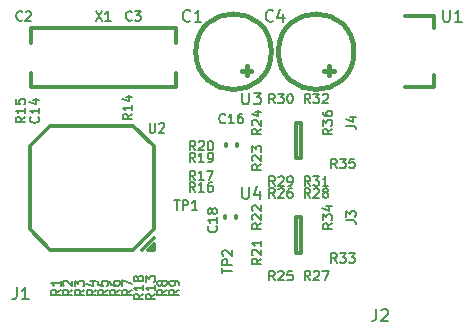
<source format=gto>
G04 #@! TF.FileFunction,Legend,Top*
%FSLAX46Y46*%
G04 Gerber Fmt 4.6, Leading zero omitted, Abs format (unit mm)*
G04 Created by KiCad (PCBNEW (2014-11-08 BZR 5258)-product) date Tue 11 Nov 2014 10:04:59 AM EST*
%MOMM*%
G01*
G04 APERTURE LIST*
%ADD10C,0.100000*%
%ADD11C,0.350000*%
%ADD12C,0.381000*%
%ADD13C,0.300000*%
%ADD14C,0.150000*%
%ADD15C,0.200000*%
%ADD16C,0.203200*%
G04 APERTURE END LIST*
D10*
D11*
X170750000Y-89500000D02*
X170250000Y-89500000D01*
X170250000Y-89500000D02*
X170250000Y-86500000D01*
X170250000Y-86500000D02*
X170750000Y-86500000D01*
X170750000Y-86500000D02*
X170750000Y-89500000D01*
X147873000Y-71719000D02*
X147873000Y-70473000D01*
X147873000Y-70473000D02*
X160127000Y-70473000D01*
X160127000Y-70473000D02*
X160127000Y-71719000D01*
X147873000Y-74281000D02*
X147873000Y-75527000D01*
X147873000Y-75527000D02*
X160127000Y-75527000D01*
X160127000Y-75527000D02*
X160127000Y-74281000D01*
D12*
X175200400Y-72500000D02*
G75*
G03X175200400Y-72500000I-3200400J0D01*
G01*
X172698500Y-74100200D02*
X173498600Y-74100200D01*
X173099820Y-73701420D02*
X173099820Y-74501520D01*
D11*
X147750000Y-80500000D02*
X147750000Y-87500000D01*
X147750000Y-87500000D02*
X149500000Y-89250000D01*
X149500000Y-89250000D02*
X156500000Y-89250000D01*
X156500000Y-89250000D02*
X158250000Y-87500000D01*
X158250000Y-87500000D02*
X158250000Y-80500000D01*
X158250000Y-80500000D02*
X156500000Y-78750000D01*
X156500000Y-78750000D02*
X149500000Y-78750000D01*
X149500000Y-78750000D02*
X147750000Y-80500000D01*
D13*
X158250000Y-88750000D02*
X157750000Y-89250000D01*
X157750000Y-89250000D02*
X158250000Y-89250000D01*
X158250000Y-89250000D02*
X158250000Y-88750000D01*
X157250000Y-89250000D02*
X158250000Y-88250000D01*
D12*
X168200400Y-72500000D02*
G75*
G03X168200400Y-72500000I-3200400J0D01*
G01*
X165698500Y-74100200D02*
X166498600Y-74100200D01*
X166099820Y-73701420D02*
X166099820Y-74501520D01*
D11*
X170750000Y-81500000D02*
X170250000Y-81500000D01*
X170250000Y-81500000D02*
X170250000Y-78500000D01*
X170250000Y-78500000D02*
X170750000Y-78500000D01*
X170750000Y-78500000D02*
X170750000Y-81500000D01*
X165271000Y-80471000D02*
X165271000Y-80329000D01*
X165271000Y-80329000D02*
X165271000Y-80471000D01*
X164329000Y-80471000D02*
X164329000Y-80329000D01*
X164329000Y-80329000D02*
X164329000Y-80471000D01*
X164279000Y-86429000D02*
X164279000Y-86571000D01*
X164279000Y-86571000D02*
X164279000Y-86429000D01*
X165221000Y-86429000D02*
X165221000Y-86571000D01*
X165221000Y-86571000D02*
X165221000Y-86429000D01*
X182000000Y-74500000D02*
X182000000Y-75500000D01*
X182000000Y-75500000D02*
X179500000Y-75500000D01*
X179500000Y-69500000D02*
X182000000Y-69500000D01*
X182000000Y-69500000D02*
X182000000Y-70500000D01*
D14*
X171485714Y-91861905D02*
X171219047Y-91480952D01*
X171028571Y-91861905D02*
X171028571Y-91061905D01*
X171333333Y-91061905D01*
X171409524Y-91100000D01*
X171447619Y-91138095D01*
X171485714Y-91214286D01*
X171485714Y-91328571D01*
X171447619Y-91404762D01*
X171409524Y-91442857D01*
X171333333Y-91480952D01*
X171028571Y-91480952D01*
X171790476Y-91138095D02*
X171828571Y-91100000D01*
X171904762Y-91061905D01*
X172095238Y-91061905D01*
X172171428Y-91100000D01*
X172209524Y-91138095D01*
X172247619Y-91214286D01*
X172247619Y-91290476D01*
X172209524Y-91404762D01*
X171752381Y-91861905D01*
X172247619Y-91861905D01*
X172514286Y-91061905D02*
X173047619Y-91061905D01*
X172704762Y-91861905D01*
D15*
X165738095Y-83952381D02*
X165738095Y-84761905D01*
X165785714Y-84857143D01*
X165833333Y-84904762D01*
X165928571Y-84952381D01*
X166119048Y-84952381D01*
X166214286Y-84904762D01*
X166261905Y-84857143D01*
X166309524Y-84761905D01*
X166309524Y-83952381D01*
X167214286Y-84285714D02*
X167214286Y-84952381D01*
X166976190Y-83904762D02*
X166738095Y-84619048D01*
X167357143Y-84619048D01*
D14*
X174561905Y-78766666D02*
X175133333Y-78766666D01*
X175247619Y-78804762D01*
X175323810Y-78880952D01*
X175361905Y-78995238D01*
X175361905Y-79071428D01*
X174828571Y-78042857D02*
X175361905Y-78042857D01*
X174523810Y-78233333D02*
X175095238Y-78423809D01*
X175095238Y-77928571D01*
X153352381Y-69061905D02*
X153885714Y-69861905D01*
X153885714Y-69061905D02*
X153352381Y-69861905D01*
X154609524Y-69861905D02*
X154152381Y-69861905D01*
X154380952Y-69861905D02*
X154380952Y-69061905D01*
X154304762Y-69176190D01*
X154228571Y-69252381D01*
X154152381Y-69290476D01*
D16*
X168333207Y-69857414D02*
X168285552Y-69905070D01*
X168142586Y-69952725D01*
X168047276Y-69952725D01*
X167904310Y-69905070D01*
X167808999Y-69809759D01*
X167761344Y-69714449D01*
X167713689Y-69523828D01*
X167713689Y-69380862D01*
X167761344Y-69190241D01*
X167808999Y-69094930D01*
X167904310Y-68999620D01*
X168047276Y-68951965D01*
X168142586Y-68951965D01*
X168285552Y-68999620D01*
X168333207Y-69047275D01*
X169191001Y-69285551D02*
X169191001Y-69952725D01*
X168952725Y-68904310D02*
X168714449Y-69619138D01*
X169333967Y-69619138D01*
D14*
X157890476Y-78561905D02*
X157890476Y-79209524D01*
X157928571Y-79285714D01*
X157966667Y-79323810D01*
X158042857Y-79361905D01*
X158195238Y-79361905D01*
X158271429Y-79323810D01*
X158309524Y-79285714D01*
X158347619Y-79209524D01*
X158347619Y-78561905D01*
X158690476Y-78638095D02*
X158728571Y-78600000D01*
X158804762Y-78561905D01*
X158995238Y-78561905D01*
X159071428Y-78600000D01*
X159109524Y-78638095D01*
X159147619Y-78714286D01*
X159147619Y-78790476D01*
X159109524Y-78904762D01*
X158652381Y-79361905D01*
X159147619Y-79361905D01*
X155361905Y-92633333D02*
X154980952Y-92900000D01*
X155361905Y-93090476D02*
X154561905Y-93090476D01*
X154561905Y-92785714D01*
X154600000Y-92709523D01*
X154638095Y-92671428D01*
X154714286Y-92633333D01*
X154828571Y-92633333D01*
X154904762Y-92671428D01*
X154942857Y-92709523D01*
X154980952Y-92785714D01*
X154980952Y-93090476D01*
X154561905Y-91947619D02*
X154561905Y-92100000D01*
X154600000Y-92176190D01*
X154638095Y-92214285D01*
X154752381Y-92290476D01*
X154904762Y-92328571D01*
X155209524Y-92328571D01*
X155285714Y-92290476D01*
X155323810Y-92252381D01*
X155361905Y-92176190D01*
X155361905Y-92023809D01*
X155323810Y-91947619D01*
X155285714Y-91909523D01*
X155209524Y-91871428D01*
X155019048Y-91871428D01*
X154942857Y-91909523D01*
X154904762Y-91947619D01*
X154866667Y-92023809D01*
X154866667Y-92176190D01*
X154904762Y-92252381D01*
X154942857Y-92290476D01*
X155019048Y-92328571D01*
X156411905Y-77764286D02*
X156030952Y-78030953D01*
X156411905Y-78221429D02*
X155611905Y-78221429D01*
X155611905Y-77916667D01*
X155650000Y-77840476D01*
X155688095Y-77802381D01*
X155764286Y-77764286D01*
X155878571Y-77764286D01*
X155954762Y-77802381D01*
X155992857Y-77840476D01*
X156030952Y-77916667D01*
X156030952Y-78221429D01*
X156411905Y-77002381D02*
X156411905Y-77459524D01*
X156411905Y-77230953D02*
X155611905Y-77230953D01*
X155726190Y-77307143D01*
X155802381Y-77383334D01*
X155840476Y-77459524D01*
X155878571Y-76316667D02*
X156411905Y-76316667D01*
X155573810Y-76507143D02*
X156145238Y-76697619D01*
X156145238Y-76202381D01*
D16*
X177086414Y-94291965D02*
X177086414Y-95006793D01*
X177038758Y-95149759D01*
X176943448Y-95245070D01*
X176800482Y-95292725D01*
X176705172Y-95292725D01*
X177515311Y-94387275D02*
X177562966Y-94339620D01*
X177658277Y-94291965D01*
X177896553Y-94291965D01*
X177991863Y-94339620D01*
X178039519Y-94387275D01*
X178087174Y-94482586D01*
X178087174Y-94577896D01*
X178039519Y-94720862D01*
X177467656Y-95292725D01*
X178087174Y-95292725D01*
X146666414Y-92451965D02*
X146666414Y-93166793D01*
X146618758Y-93309759D01*
X146523448Y-93405070D01*
X146380482Y-93452725D01*
X146285172Y-93452725D01*
X147667174Y-93452725D02*
X147095311Y-93452725D01*
X147381242Y-93452725D02*
X147381242Y-92451965D01*
X147285932Y-92594930D01*
X147190621Y-92690241D01*
X147095311Y-92737896D01*
X161333207Y-69857414D02*
X161285552Y-69905070D01*
X161142586Y-69952725D01*
X161047276Y-69952725D01*
X160904310Y-69905070D01*
X160808999Y-69809759D01*
X160761344Y-69714449D01*
X160713689Y-69523828D01*
X160713689Y-69380862D01*
X160761344Y-69190241D01*
X160808999Y-69094930D01*
X160904310Y-68999620D01*
X161047276Y-68951965D01*
X161142586Y-68951965D01*
X161285552Y-68999620D01*
X161333207Y-69047275D01*
X162286312Y-69952725D02*
X161714449Y-69952725D01*
X162000380Y-69952725D02*
X162000380Y-68951965D01*
X161905070Y-69094930D01*
X161809759Y-69190241D01*
X161714449Y-69237896D01*
D15*
X165738095Y-75952381D02*
X165738095Y-76761905D01*
X165785714Y-76857143D01*
X165833333Y-76904762D01*
X165928571Y-76952381D01*
X166119048Y-76952381D01*
X166214286Y-76904762D01*
X166261905Y-76857143D01*
X166309524Y-76761905D01*
X166309524Y-75952381D01*
X166690476Y-75952381D02*
X167309524Y-75952381D01*
X166976190Y-76333333D01*
X167119048Y-76333333D01*
X167214286Y-76380952D01*
X167261905Y-76428571D01*
X167309524Y-76523810D01*
X167309524Y-76761905D01*
X167261905Y-76857143D01*
X167214286Y-76904762D01*
X167119048Y-76952381D01*
X166833333Y-76952381D01*
X166738095Y-76904762D01*
X166690476Y-76857143D01*
D14*
X147116667Y-69785714D02*
X147078572Y-69823810D01*
X146964286Y-69861905D01*
X146888096Y-69861905D01*
X146773810Y-69823810D01*
X146697619Y-69747619D01*
X146659524Y-69671429D01*
X146621429Y-69519048D01*
X146621429Y-69404762D01*
X146659524Y-69252381D01*
X146697619Y-69176190D01*
X146773810Y-69100000D01*
X146888096Y-69061905D01*
X146964286Y-69061905D01*
X147078572Y-69100000D01*
X147116667Y-69138095D01*
X147421429Y-69138095D02*
X147459524Y-69100000D01*
X147535715Y-69061905D01*
X147726191Y-69061905D01*
X147802381Y-69100000D01*
X147840477Y-69138095D01*
X147878572Y-69214286D01*
X147878572Y-69290476D01*
X147840477Y-69404762D01*
X147383334Y-69861905D01*
X147878572Y-69861905D01*
X156366667Y-69785714D02*
X156328572Y-69823810D01*
X156214286Y-69861905D01*
X156138096Y-69861905D01*
X156023810Y-69823810D01*
X155947619Y-69747619D01*
X155909524Y-69671429D01*
X155871429Y-69519048D01*
X155871429Y-69404762D01*
X155909524Y-69252381D01*
X155947619Y-69176190D01*
X156023810Y-69100000D01*
X156138096Y-69061905D01*
X156214286Y-69061905D01*
X156328572Y-69100000D01*
X156366667Y-69138095D01*
X156633334Y-69061905D02*
X157128572Y-69061905D01*
X156861905Y-69366667D01*
X156976191Y-69366667D01*
X157052381Y-69404762D01*
X157090477Y-69442857D01*
X157128572Y-69519048D01*
X157128572Y-69709524D01*
X157090477Y-69785714D01*
X157052381Y-69823810D01*
X156976191Y-69861905D01*
X156747619Y-69861905D01*
X156671429Y-69823810D01*
X156633334Y-69785714D01*
X164285714Y-78485714D02*
X164247619Y-78523810D01*
X164133333Y-78561905D01*
X164057143Y-78561905D01*
X163942857Y-78523810D01*
X163866666Y-78447619D01*
X163828571Y-78371429D01*
X163790476Y-78219048D01*
X163790476Y-78104762D01*
X163828571Y-77952381D01*
X163866666Y-77876190D01*
X163942857Y-77800000D01*
X164057143Y-77761905D01*
X164133333Y-77761905D01*
X164247619Y-77800000D01*
X164285714Y-77838095D01*
X165047619Y-78561905D02*
X164590476Y-78561905D01*
X164819047Y-78561905D02*
X164819047Y-77761905D01*
X164742857Y-77876190D01*
X164666666Y-77952381D01*
X164590476Y-77990476D01*
X165733333Y-77761905D02*
X165580952Y-77761905D01*
X165504762Y-77800000D01*
X165466667Y-77838095D01*
X165390476Y-77952381D01*
X165352381Y-78104762D01*
X165352381Y-78409524D01*
X165390476Y-78485714D01*
X165428571Y-78523810D01*
X165504762Y-78561905D01*
X165657143Y-78561905D01*
X165733333Y-78523810D01*
X165771429Y-78485714D01*
X165809524Y-78409524D01*
X165809524Y-78219048D01*
X165771429Y-78142857D01*
X165733333Y-78104762D01*
X165657143Y-78066667D01*
X165504762Y-78066667D01*
X165428571Y-78104762D01*
X165390476Y-78142857D01*
X165352381Y-78219048D01*
X163535714Y-87264286D02*
X163573810Y-87302381D01*
X163611905Y-87416667D01*
X163611905Y-87492857D01*
X163573810Y-87607143D01*
X163497619Y-87683334D01*
X163421429Y-87721429D01*
X163269048Y-87759524D01*
X163154762Y-87759524D01*
X163002381Y-87721429D01*
X162926190Y-87683334D01*
X162850000Y-87607143D01*
X162811905Y-87492857D01*
X162811905Y-87416667D01*
X162850000Y-87302381D01*
X162888095Y-87264286D01*
X163611905Y-86502381D02*
X163611905Y-86959524D01*
X163611905Y-86730953D02*
X162811905Y-86730953D01*
X162926190Y-86807143D01*
X163002381Y-86883334D01*
X163040476Y-86959524D01*
X163154762Y-86045238D02*
X163116667Y-86121429D01*
X163078571Y-86159524D01*
X163002381Y-86197619D01*
X162964286Y-86197619D01*
X162888095Y-86159524D01*
X162850000Y-86121429D01*
X162811905Y-86045238D01*
X162811905Y-85892857D01*
X162850000Y-85816667D01*
X162888095Y-85778571D01*
X162964286Y-85740476D01*
X163002381Y-85740476D01*
X163078571Y-85778571D01*
X163116667Y-85816667D01*
X163154762Y-85892857D01*
X163154762Y-86045238D01*
X163192857Y-86121429D01*
X163230952Y-86159524D01*
X163307143Y-86197619D01*
X163459524Y-86197619D01*
X163535714Y-86159524D01*
X163573810Y-86121429D01*
X163611905Y-86045238D01*
X163611905Y-85892857D01*
X163573810Y-85816667D01*
X163535714Y-85778571D01*
X163459524Y-85740476D01*
X163307143Y-85740476D01*
X163230952Y-85778571D01*
X163192857Y-85816667D01*
X163154762Y-85892857D01*
X148485714Y-78014286D02*
X148523810Y-78052381D01*
X148561905Y-78166667D01*
X148561905Y-78242857D01*
X148523810Y-78357143D01*
X148447619Y-78433334D01*
X148371429Y-78471429D01*
X148219048Y-78509524D01*
X148104762Y-78509524D01*
X147952381Y-78471429D01*
X147876190Y-78433334D01*
X147800000Y-78357143D01*
X147761905Y-78242857D01*
X147761905Y-78166667D01*
X147800000Y-78052381D01*
X147838095Y-78014286D01*
X148561905Y-77252381D02*
X148561905Y-77709524D01*
X148561905Y-77480953D02*
X147761905Y-77480953D01*
X147876190Y-77557143D01*
X147952381Y-77633334D01*
X147990476Y-77709524D01*
X148028571Y-76566667D02*
X148561905Y-76566667D01*
X147723810Y-76757143D02*
X148295238Y-76947619D01*
X148295238Y-76452381D01*
X174561905Y-86766666D02*
X175133333Y-86766666D01*
X175247619Y-86804762D01*
X175323810Y-86880952D01*
X175361905Y-86995238D01*
X175361905Y-87071428D01*
X174561905Y-86461904D02*
X174561905Y-85966666D01*
X174866667Y-86233333D01*
X174866667Y-86119047D01*
X174904762Y-86042857D01*
X174942857Y-86004761D01*
X175019048Y-85966666D01*
X175209524Y-85966666D01*
X175285714Y-86004761D01*
X175323810Y-86042857D01*
X175361905Y-86119047D01*
X175361905Y-86347619D01*
X175323810Y-86423809D01*
X175285714Y-86461904D01*
X159990476Y-85061905D02*
X160447619Y-85061905D01*
X160219048Y-85861905D02*
X160219048Y-85061905D01*
X160714286Y-85861905D02*
X160714286Y-85061905D01*
X161019048Y-85061905D01*
X161095239Y-85100000D01*
X161133334Y-85138095D01*
X161171429Y-85214286D01*
X161171429Y-85328571D01*
X161133334Y-85404762D01*
X161095239Y-85442857D01*
X161019048Y-85480952D01*
X160714286Y-85480952D01*
X161933334Y-85861905D02*
X161476191Y-85861905D01*
X161704762Y-85861905D02*
X161704762Y-85061905D01*
X161628572Y-85176190D01*
X161552381Y-85252381D01*
X161476191Y-85290476D01*
X164061905Y-91259524D02*
X164061905Y-90802381D01*
X164861905Y-91030952D02*
X164061905Y-91030952D01*
X164861905Y-90535714D02*
X164061905Y-90535714D01*
X164061905Y-90230952D01*
X164100000Y-90154761D01*
X164138095Y-90116666D01*
X164214286Y-90078571D01*
X164328571Y-90078571D01*
X164404762Y-90116666D01*
X164442857Y-90154761D01*
X164480952Y-90230952D01*
X164480952Y-90535714D01*
X164138095Y-89773809D02*
X164100000Y-89735714D01*
X164061905Y-89659523D01*
X164061905Y-89469047D01*
X164100000Y-89392857D01*
X164138095Y-89354761D01*
X164214286Y-89316666D01*
X164290476Y-89316666D01*
X164404762Y-89354761D01*
X164861905Y-89811904D01*
X164861905Y-89316666D01*
D15*
X182738095Y-68952381D02*
X182738095Y-69761905D01*
X182785714Y-69857143D01*
X182833333Y-69904762D01*
X182928571Y-69952381D01*
X183119048Y-69952381D01*
X183214286Y-69904762D01*
X183261905Y-69857143D01*
X183309524Y-69761905D01*
X183309524Y-68952381D01*
X184309524Y-69952381D02*
X183738095Y-69952381D01*
X184023809Y-69952381D02*
X184023809Y-68952381D01*
X183928571Y-69095238D01*
X183833333Y-69190476D01*
X183738095Y-69238095D01*
D14*
X150361905Y-92633333D02*
X149980952Y-92900000D01*
X150361905Y-93090476D02*
X149561905Y-93090476D01*
X149561905Y-92785714D01*
X149600000Y-92709523D01*
X149638095Y-92671428D01*
X149714286Y-92633333D01*
X149828571Y-92633333D01*
X149904762Y-92671428D01*
X149942857Y-92709523D01*
X149980952Y-92785714D01*
X149980952Y-93090476D01*
X150361905Y-91871428D02*
X150361905Y-92328571D01*
X150361905Y-92100000D02*
X149561905Y-92100000D01*
X149676190Y-92176190D01*
X149752381Y-92252381D01*
X149790476Y-92328571D01*
X159361905Y-92633333D02*
X158980952Y-92900000D01*
X159361905Y-93090476D02*
X158561905Y-93090476D01*
X158561905Y-92785714D01*
X158600000Y-92709523D01*
X158638095Y-92671428D01*
X158714286Y-92633333D01*
X158828571Y-92633333D01*
X158904762Y-92671428D01*
X158942857Y-92709523D01*
X158980952Y-92785714D01*
X158980952Y-93090476D01*
X158904762Y-92176190D02*
X158866667Y-92252381D01*
X158828571Y-92290476D01*
X158752381Y-92328571D01*
X158714286Y-92328571D01*
X158638095Y-92290476D01*
X158600000Y-92252381D01*
X158561905Y-92176190D01*
X158561905Y-92023809D01*
X158600000Y-91947619D01*
X158638095Y-91909523D01*
X158714286Y-91871428D01*
X158752381Y-91871428D01*
X158828571Y-91909523D01*
X158866667Y-91947619D01*
X158904762Y-92023809D01*
X158904762Y-92176190D01*
X158942857Y-92252381D01*
X158980952Y-92290476D01*
X159057143Y-92328571D01*
X159209524Y-92328571D01*
X159285714Y-92290476D01*
X159323810Y-92252381D01*
X159361905Y-92176190D01*
X159361905Y-92023809D01*
X159323810Y-91947619D01*
X159285714Y-91909523D01*
X159209524Y-91871428D01*
X159057143Y-91871428D01*
X158980952Y-91909523D01*
X158942857Y-91947619D01*
X158904762Y-92023809D01*
X160361905Y-92633333D02*
X159980952Y-92900000D01*
X160361905Y-93090476D02*
X159561905Y-93090476D01*
X159561905Y-92785714D01*
X159600000Y-92709523D01*
X159638095Y-92671428D01*
X159714286Y-92633333D01*
X159828571Y-92633333D01*
X159904762Y-92671428D01*
X159942857Y-92709523D01*
X159980952Y-92785714D01*
X159980952Y-93090476D01*
X160361905Y-92252381D02*
X160361905Y-92100000D01*
X160323810Y-92023809D01*
X160285714Y-91985714D01*
X160171429Y-91909523D01*
X160019048Y-91871428D01*
X159714286Y-91871428D01*
X159638095Y-91909523D01*
X159600000Y-91947619D01*
X159561905Y-92023809D01*
X159561905Y-92176190D01*
X159600000Y-92252381D01*
X159638095Y-92290476D01*
X159714286Y-92328571D01*
X159904762Y-92328571D01*
X159980952Y-92290476D01*
X160019048Y-92252381D01*
X160057143Y-92176190D01*
X160057143Y-92023809D01*
X160019048Y-91947619D01*
X159980952Y-91909523D01*
X159904762Y-91871428D01*
X151361905Y-92633333D02*
X150980952Y-92900000D01*
X151361905Y-93090476D02*
X150561905Y-93090476D01*
X150561905Y-92785714D01*
X150600000Y-92709523D01*
X150638095Y-92671428D01*
X150714286Y-92633333D01*
X150828571Y-92633333D01*
X150904762Y-92671428D01*
X150942857Y-92709523D01*
X150980952Y-92785714D01*
X150980952Y-93090476D01*
X150638095Y-92328571D02*
X150600000Y-92290476D01*
X150561905Y-92214285D01*
X150561905Y-92023809D01*
X150600000Y-91947619D01*
X150638095Y-91909523D01*
X150714286Y-91871428D01*
X150790476Y-91871428D01*
X150904762Y-91909523D01*
X151361905Y-92366666D01*
X151361905Y-91871428D01*
X152361905Y-92633333D02*
X151980952Y-92900000D01*
X152361905Y-93090476D02*
X151561905Y-93090476D01*
X151561905Y-92785714D01*
X151600000Y-92709523D01*
X151638095Y-92671428D01*
X151714286Y-92633333D01*
X151828571Y-92633333D01*
X151904762Y-92671428D01*
X151942857Y-92709523D01*
X151980952Y-92785714D01*
X151980952Y-93090476D01*
X151561905Y-92366666D02*
X151561905Y-91871428D01*
X151866667Y-92138095D01*
X151866667Y-92023809D01*
X151904762Y-91947619D01*
X151942857Y-91909523D01*
X152019048Y-91871428D01*
X152209524Y-91871428D01*
X152285714Y-91909523D01*
X152323810Y-91947619D01*
X152361905Y-92023809D01*
X152361905Y-92252381D01*
X152323810Y-92328571D01*
X152285714Y-92366666D01*
X153361905Y-92633333D02*
X152980952Y-92900000D01*
X153361905Y-93090476D02*
X152561905Y-93090476D01*
X152561905Y-92785714D01*
X152600000Y-92709523D01*
X152638095Y-92671428D01*
X152714286Y-92633333D01*
X152828571Y-92633333D01*
X152904762Y-92671428D01*
X152942857Y-92709523D01*
X152980952Y-92785714D01*
X152980952Y-93090476D01*
X152828571Y-91947619D02*
X153361905Y-91947619D01*
X152523810Y-92138095D02*
X153095238Y-92328571D01*
X153095238Y-91833333D01*
X154361905Y-92633333D02*
X153980952Y-92900000D01*
X154361905Y-93090476D02*
X153561905Y-93090476D01*
X153561905Y-92785714D01*
X153600000Y-92709523D01*
X153638095Y-92671428D01*
X153714286Y-92633333D01*
X153828571Y-92633333D01*
X153904762Y-92671428D01*
X153942857Y-92709523D01*
X153980952Y-92785714D01*
X153980952Y-93090476D01*
X153561905Y-91909523D02*
X153561905Y-92290476D01*
X153942857Y-92328571D01*
X153904762Y-92290476D01*
X153866667Y-92214285D01*
X153866667Y-92023809D01*
X153904762Y-91947619D01*
X153942857Y-91909523D01*
X154019048Y-91871428D01*
X154209524Y-91871428D01*
X154285714Y-91909523D01*
X154323810Y-91947619D01*
X154361905Y-92023809D01*
X154361905Y-92214285D01*
X154323810Y-92290476D01*
X154285714Y-92328571D01*
X156361905Y-92633333D02*
X155980952Y-92900000D01*
X156361905Y-93090476D02*
X155561905Y-93090476D01*
X155561905Y-92785714D01*
X155600000Y-92709523D01*
X155638095Y-92671428D01*
X155714286Y-92633333D01*
X155828571Y-92633333D01*
X155904762Y-92671428D01*
X155942857Y-92709523D01*
X155980952Y-92785714D01*
X155980952Y-93090476D01*
X155561905Y-92366666D02*
X155561905Y-91833333D01*
X156361905Y-92176190D01*
X158361905Y-93014286D02*
X157980952Y-93280953D01*
X158361905Y-93471429D02*
X157561905Y-93471429D01*
X157561905Y-93166667D01*
X157600000Y-93090476D01*
X157638095Y-93052381D01*
X157714286Y-93014286D01*
X157828571Y-93014286D01*
X157904762Y-93052381D01*
X157942857Y-93090476D01*
X157980952Y-93166667D01*
X157980952Y-93471429D01*
X158361905Y-92252381D02*
X158361905Y-92709524D01*
X158361905Y-92480953D02*
X157561905Y-92480953D01*
X157676190Y-92557143D01*
X157752381Y-92633334D01*
X157790476Y-92709524D01*
X157561905Y-91985714D02*
X157561905Y-91490476D01*
X157866667Y-91757143D01*
X157866667Y-91642857D01*
X157904762Y-91566667D01*
X157942857Y-91528571D01*
X158019048Y-91490476D01*
X158209524Y-91490476D01*
X158285714Y-91528571D01*
X158323810Y-91566667D01*
X158361905Y-91642857D01*
X158361905Y-91871429D01*
X158323810Y-91947619D01*
X158285714Y-91985714D01*
X147361905Y-78014286D02*
X146980952Y-78280953D01*
X147361905Y-78471429D02*
X146561905Y-78471429D01*
X146561905Y-78166667D01*
X146600000Y-78090476D01*
X146638095Y-78052381D01*
X146714286Y-78014286D01*
X146828571Y-78014286D01*
X146904762Y-78052381D01*
X146942857Y-78090476D01*
X146980952Y-78166667D01*
X146980952Y-78471429D01*
X147361905Y-77252381D02*
X147361905Y-77709524D01*
X147361905Y-77480953D02*
X146561905Y-77480953D01*
X146676190Y-77557143D01*
X146752381Y-77633334D01*
X146790476Y-77709524D01*
X146561905Y-76528571D02*
X146561905Y-76909524D01*
X146942857Y-76947619D01*
X146904762Y-76909524D01*
X146866667Y-76833333D01*
X146866667Y-76642857D01*
X146904762Y-76566667D01*
X146942857Y-76528571D01*
X147019048Y-76490476D01*
X147209524Y-76490476D01*
X147285714Y-76528571D01*
X147323810Y-76566667D01*
X147361905Y-76642857D01*
X147361905Y-76833333D01*
X147323810Y-76909524D01*
X147285714Y-76947619D01*
X161735714Y-84361905D02*
X161469047Y-83980952D01*
X161278571Y-84361905D02*
X161278571Y-83561905D01*
X161583333Y-83561905D01*
X161659524Y-83600000D01*
X161697619Y-83638095D01*
X161735714Y-83714286D01*
X161735714Y-83828571D01*
X161697619Y-83904762D01*
X161659524Y-83942857D01*
X161583333Y-83980952D01*
X161278571Y-83980952D01*
X162497619Y-84361905D02*
X162040476Y-84361905D01*
X162269047Y-84361905D02*
X162269047Y-83561905D01*
X162192857Y-83676190D01*
X162116666Y-83752381D01*
X162040476Y-83790476D01*
X163183333Y-83561905D02*
X163030952Y-83561905D01*
X162954762Y-83600000D01*
X162916667Y-83638095D01*
X162840476Y-83752381D01*
X162802381Y-83904762D01*
X162802381Y-84209524D01*
X162840476Y-84285714D01*
X162878571Y-84323810D01*
X162954762Y-84361905D01*
X163107143Y-84361905D01*
X163183333Y-84323810D01*
X163221429Y-84285714D01*
X163259524Y-84209524D01*
X163259524Y-84019048D01*
X163221429Y-83942857D01*
X163183333Y-83904762D01*
X163107143Y-83866667D01*
X162954762Y-83866667D01*
X162878571Y-83904762D01*
X162840476Y-83942857D01*
X162802381Y-84019048D01*
X157361905Y-93014286D02*
X156980952Y-93280953D01*
X157361905Y-93471429D02*
X156561905Y-93471429D01*
X156561905Y-93166667D01*
X156600000Y-93090476D01*
X156638095Y-93052381D01*
X156714286Y-93014286D01*
X156828571Y-93014286D01*
X156904762Y-93052381D01*
X156942857Y-93090476D01*
X156980952Y-93166667D01*
X156980952Y-93471429D01*
X157361905Y-92252381D02*
X157361905Y-92709524D01*
X157361905Y-92480953D02*
X156561905Y-92480953D01*
X156676190Y-92557143D01*
X156752381Y-92633334D01*
X156790476Y-92709524D01*
X156904762Y-91795238D02*
X156866667Y-91871429D01*
X156828571Y-91909524D01*
X156752381Y-91947619D01*
X156714286Y-91947619D01*
X156638095Y-91909524D01*
X156600000Y-91871429D01*
X156561905Y-91795238D01*
X156561905Y-91642857D01*
X156600000Y-91566667D01*
X156638095Y-91528571D01*
X156714286Y-91490476D01*
X156752381Y-91490476D01*
X156828571Y-91528571D01*
X156866667Y-91566667D01*
X156904762Y-91642857D01*
X156904762Y-91795238D01*
X156942857Y-91871429D01*
X156980952Y-91909524D01*
X157057143Y-91947619D01*
X157209524Y-91947619D01*
X157285714Y-91909524D01*
X157323810Y-91871429D01*
X157361905Y-91795238D01*
X157361905Y-91642857D01*
X157323810Y-91566667D01*
X157285714Y-91528571D01*
X157209524Y-91490476D01*
X157057143Y-91490476D01*
X156980952Y-91528571D01*
X156942857Y-91566667D01*
X156904762Y-91642857D01*
X161735714Y-83361905D02*
X161469047Y-82980952D01*
X161278571Y-83361905D02*
X161278571Y-82561905D01*
X161583333Y-82561905D01*
X161659524Y-82600000D01*
X161697619Y-82638095D01*
X161735714Y-82714286D01*
X161735714Y-82828571D01*
X161697619Y-82904762D01*
X161659524Y-82942857D01*
X161583333Y-82980952D01*
X161278571Y-82980952D01*
X162497619Y-83361905D02*
X162040476Y-83361905D01*
X162269047Y-83361905D02*
X162269047Y-82561905D01*
X162192857Y-82676190D01*
X162116666Y-82752381D01*
X162040476Y-82790476D01*
X162764286Y-82561905D02*
X163297619Y-82561905D01*
X162954762Y-83361905D01*
X161735714Y-81861905D02*
X161469047Y-81480952D01*
X161278571Y-81861905D02*
X161278571Y-81061905D01*
X161583333Y-81061905D01*
X161659524Y-81100000D01*
X161697619Y-81138095D01*
X161735714Y-81214286D01*
X161735714Y-81328571D01*
X161697619Y-81404762D01*
X161659524Y-81442857D01*
X161583333Y-81480952D01*
X161278571Y-81480952D01*
X162497619Y-81861905D02*
X162040476Y-81861905D01*
X162269047Y-81861905D02*
X162269047Y-81061905D01*
X162192857Y-81176190D01*
X162116666Y-81252381D01*
X162040476Y-81290476D01*
X162878571Y-81861905D02*
X163030952Y-81861905D01*
X163107143Y-81823810D01*
X163145238Y-81785714D01*
X163221429Y-81671429D01*
X163259524Y-81519048D01*
X163259524Y-81214286D01*
X163221429Y-81138095D01*
X163183333Y-81100000D01*
X163107143Y-81061905D01*
X162954762Y-81061905D01*
X162878571Y-81100000D01*
X162840476Y-81138095D01*
X162802381Y-81214286D01*
X162802381Y-81404762D01*
X162840476Y-81480952D01*
X162878571Y-81519048D01*
X162954762Y-81557143D01*
X163107143Y-81557143D01*
X163183333Y-81519048D01*
X163221429Y-81480952D01*
X163259524Y-81404762D01*
X161735714Y-80861905D02*
X161469047Y-80480952D01*
X161278571Y-80861905D02*
X161278571Y-80061905D01*
X161583333Y-80061905D01*
X161659524Y-80100000D01*
X161697619Y-80138095D01*
X161735714Y-80214286D01*
X161735714Y-80328571D01*
X161697619Y-80404762D01*
X161659524Y-80442857D01*
X161583333Y-80480952D01*
X161278571Y-80480952D01*
X162040476Y-80138095D02*
X162078571Y-80100000D01*
X162154762Y-80061905D01*
X162345238Y-80061905D01*
X162421428Y-80100000D01*
X162459524Y-80138095D01*
X162497619Y-80214286D01*
X162497619Y-80290476D01*
X162459524Y-80404762D01*
X162002381Y-80861905D01*
X162497619Y-80861905D01*
X162992857Y-80061905D02*
X163069048Y-80061905D01*
X163145238Y-80100000D01*
X163183333Y-80138095D01*
X163221429Y-80214286D01*
X163259524Y-80366667D01*
X163259524Y-80557143D01*
X163221429Y-80709524D01*
X163183333Y-80785714D01*
X163145238Y-80823810D01*
X163069048Y-80861905D01*
X162992857Y-80861905D01*
X162916667Y-80823810D01*
X162878571Y-80785714D01*
X162840476Y-80709524D01*
X162802381Y-80557143D01*
X162802381Y-80366667D01*
X162840476Y-80214286D01*
X162878571Y-80138095D01*
X162916667Y-80100000D01*
X162992857Y-80061905D01*
X167361905Y-82014286D02*
X166980952Y-82280953D01*
X167361905Y-82471429D02*
X166561905Y-82471429D01*
X166561905Y-82166667D01*
X166600000Y-82090476D01*
X166638095Y-82052381D01*
X166714286Y-82014286D01*
X166828571Y-82014286D01*
X166904762Y-82052381D01*
X166942857Y-82090476D01*
X166980952Y-82166667D01*
X166980952Y-82471429D01*
X166638095Y-81709524D02*
X166600000Y-81671429D01*
X166561905Y-81595238D01*
X166561905Y-81404762D01*
X166600000Y-81328572D01*
X166638095Y-81290476D01*
X166714286Y-81252381D01*
X166790476Y-81252381D01*
X166904762Y-81290476D01*
X167361905Y-81747619D01*
X167361905Y-81252381D01*
X166561905Y-80985714D02*
X166561905Y-80490476D01*
X166866667Y-80757143D01*
X166866667Y-80642857D01*
X166904762Y-80566667D01*
X166942857Y-80528571D01*
X167019048Y-80490476D01*
X167209524Y-80490476D01*
X167285714Y-80528571D01*
X167323810Y-80566667D01*
X167361905Y-80642857D01*
X167361905Y-80871429D01*
X167323810Y-80947619D01*
X167285714Y-80985714D01*
X167361905Y-79014286D02*
X166980952Y-79280953D01*
X167361905Y-79471429D02*
X166561905Y-79471429D01*
X166561905Y-79166667D01*
X166600000Y-79090476D01*
X166638095Y-79052381D01*
X166714286Y-79014286D01*
X166828571Y-79014286D01*
X166904762Y-79052381D01*
X166942857Y-79090476D01*
X166980952Y-79166667D01*
X166980952Y-79471429D01*
X166638095Y-78709524D02*
X166600000Y-78671429D01*
X166561905Y-78595238D01*
X166561905Y-78404762D01*
X166600000Y-78328572D01*
X166638095Y-78290476D01*
X166714286Y-78252381D01*
X166790476Y-78252381D01*
X166904762Y-78290476D01*
X167361905Y-78747619D01*
X167361905Y-78252381D01*
X166828571Y-77566667D02*
X167361905Y-77566667D01*
X166523810Y-77757143D02*
X167095238Y-77947619D01*
X167095238Y-77452381D01*
X168485714Y-83861905D02*
X168219047Y-83480952D01*
X168028571Y-83861905D02*
X168028571Y-83061905D01*
X168333333Y-83061905D01*
X168409524Y-83100000D01*
X168447619Y-83138095D01*
X168485714Y-83214286D01*
X168485714Y-83328571D01*
X168447619Y-83404762D01*
X168409524Y-83442857D01*
X168333333Y-83480952D01*
X168028571Y-83480952D01*
X168790476Y-83138095D02*
X168828571Y-83100000D01*
X168904762Y-83061905D01*
X169095238Y-83061905D01*
X169171428Y-83100000D01*
X169209524Y-83138095D01*
X169247619Y-83214286D01*
X169247619Y-83290476D01*
X169209524Y-83404762D01*
X168752381Y-83861905D01*
X169247619Y-83861905D01*
X169628571Y-83861905D02*
X169780952Y-83861905D01*
X169857143Y-83823810D01*
X169895238Y-83785714D01*
X169971429Y-83671429D01*
X170009524Y-83519048D01*
X170009524Y-83214286D01*
X169971429Y-83138095D01*
X169933333Y-83100000D01*
X169857143Y-83061905D01*
X169704762Y-83061905D01*
X169628571Y-83100000D01*
X169590476Y-83138095D01*
X169552381Y-83214286D01*
X169552381Y-83404762D01*
X169590476Y-83480952D01*
X169628571Y-83519048D01*
X169704762Y-83557143D01*
X169857143Y-83557143D01*
X169933333Y-83519048D01*
X169971429Y-83480952D01*
X170009524Y-83404762D01*
X168485714Y-76861905D02*
X168219047Y-76480952D01*
X168028571Y-76861905D02*
X168028571Y-76061905D01*
X168333333Y-76061905D01*
X168409524Y-76100000D01*
X168447619Y-76138095D01*
X168485714Y-76214286D01*
X168485714Y-76328571D01*
X168447619Y-76404762D01*
X168409524Y-76442857D01*
X168333333Y-76480952D01*
X168028571Y-76480952D01*
X168752381Y-76061905D02*
X169247619Y-76061905D01*
X168980952Y-76366667D01*
X169095238Y-76366667D01*
X169171428Y-76404762D01*
X169209524Y-76442857D01*
X169247619Y-76519048D01*
X169247619Y-76709524D01*
X169209524Y-76785714D01*
X169171428Y-76823810D01*
X169095238Y-76861905D01*
X168866666Y-76861905D01*
X168790476Y-76823810D01*
X168752381Y-76785714D01*
X169742857Y-76061905D02*
X169819048Y-76061905D01*
X169895238Y-76100000D01*
X169933333Y-76138095D01*
X169971429Y-76214286D01*
X170009524Y-76366667D01*
X170009524Y-76557143D01*
X169971429Y-76709524D01*
X169933333Y-76785714D01*
X169895238Y-76823810D01*
X169819048Y-76861905D01*
X169742857Y-76861905D01*
X169666667Y-76823810D01*
X169628571Y-76785714D01*
X169590476Y-76709524D01*
X169552381Y-76557143D01*
X169552381Y-76366667D01*
X169590476Y-76214286D01*
X169628571Y-76138095D01*
X169666667Y-76100000D01*
X169742857Y-76061905D01*
X171485714Y-83861905D02*
X171219047Y-83480952D01*
X171028571Y-83861905D02*
X171028571Y-83061905D01*
X171333333Y-83061905D01*
X171409524Y-83100000D01*
X171447619Y-83138095D01*
X171485714Y-83214286D01*
X171485714Y-83328571D01*
X171447619Y-83404762D01*
X171409524Y-83442857D01*
X171333333Y-83480952D01*
X171028571Y-83480952D01*
X171752381Y-83061905D02*
X172247619Y-83061905D01*
X171980952Y-83366667D01*
X172095238Y-83366667D01*
X172171428Y-83404762D01*
X172209524Y-83442857D01*
X172247619Y-83519048D01*
X172247619Y-83709524D01*
X172209524Y-83785714D01*
X172171428Y-83823810D01*
X172095238Y-83861905D01*
X171866666Y-83861905D01*
X171790476Y-83823810D01*
X171752381Y-83785714D01*
X173009524Y-83861905D02*
X172552381Y-83861905D01*
X172780952Y-83861905D02*
X172780952Y-83061905D01*
X172704762Y-83176190D01*
X172628571Y-83252381D01*
X172552381Y-83290476D01*
X171485714Y-76861905D02*
X171219047Y-76480952D01*
X171028571Y-76861905D02*
X171028571Y-76061905D01*
X171333333Y-76061905D01*
X171409524Y-76100000D01*
X171447619Y-76138095D01*
X171485714Y-76214286D01*
X171485714Y-76328571D01*
X171447619Y-76404762D01*
X171409524Y-76442857D01*
X171333333Y-76480952D01*
X171028571Y-76480952D01*
X171752381Y-76061905D02*
X172247619Y-76061905D01*
X171980952Y-76366667D01*
X172095238Y-76366667D01*
X172171428Y-76404762D01*
X172209524Y-76442857D01*
X172247619Y-76519048D01*
X172247619Y-76709524D01*
X172209524Y-76785714D01*
X172171428Y-76823810D01*
X172095238Y-76861905D01*
X171866666Y-76861905D01*
X171790476Y-76823810D01*
X171752381Y-76785714D01*
X172552381Y-76138095D02*
X172590476Y-76100000D01*
X172666667Y-76061905D01*
X172857143Y-76061905D01*
X172933333Y-76100000D01*
X172971429Y-76138095D01*
X173009524Y-76214286D01*
X173009524Y-76290476D01*
X172971429Y-76404762D01*
X172514286Y-76861905D01*
X173009524Y-76861905D01*
X173361905Y-79014286D02*
X172980952Y-79280953D01*
X173361905Y-79471429D02*
X172561905Y-79471429D01*
X172561905Y-79166667D01*
X172600000Y-79090476D01*
X172638095Y-79052381D01*
X172714286Y-79014286D01*
X172828571Y-79014286D01*
X172904762Y-79052381D01*
X172942857Y-79090476D01*
X172980952Y-79166667D01*
X172980952Y-79471429D01*
X172561905Y-78747619D02*
X172561905Y-78252381D01*
X172866667Y-78519048D01*
X172866667Y-78404762D01*
X172904762Y-78328572D01*
X172942857Y-78290476D01*
X173019048Y-78252381D01*
X173209524Y-78252381D01*
X173285714Y-78290476D01*
X173323810Y-78328572D01*
X173361905Y-78404762D01*
X173361905Y-78633334D01*
X173323810Y-78709524D01*
X173285714Y-78747619D01*
X172561905Y-77566667D02*
X172561905Y-77719048D01*
X172600000Y-77795238D01*
X172638095Y-77833333D01*
X172752381Y-77909524D01*
X172904762Y-77947619D01*
X173209524Y-77947619D01*
X173285714Y-77909524D01*
X173323810Y-77871429D01*
X173361905Y-77795238D01*
X173361905Y-77642857D01*
X173323810Y-77566667D01*
X173285714Y-77528571D01*
X173209524Y-77490476D01*
X173019048Y-77490476D01*
X172942857Y-77528571D01*
X172904762Y-77566667D01*
X172866667Y-77642857D01*
X172866667Y-77795238D01*
X172904762Y-77871429D01*
X172942857Y-77909524D01*
X173019048Y-77947619D01*
X167361905Y-90014286D02*
X166980952Y-90280953D01*
X167361905Y-90471429D02*
X166561905Y-90471429D01*
X166561905Y-90166667D01*
X166600000Y-90090476D01*
X166638095Y-90052381D01*
X166714286Y-90014286D01*
X166828571Y-90014286D01*
X166904762Y-90052381D01*
X166942857Y-90090476D01*
X166980952Y-90166667D01*
X166980952Y-90471429D01*
X166638095Y-89709524D02*
X166600000Y-89671429D01*
X166561905Y-89595238D01*
X166561905Y-89404762D01*
X166600000Y-89328572D01*
X166638095Y-89290476D01*
X166714286Y-89252381D01*
X166790476Y-89252381D01*
X166904762Y-89290476D01*
X167361905Y-89747619D01*
X167361905Y-89252381D01*
X167361905Y-88490476D02*
X167361905Y-88947619D01*
X167361905Y-88719048D02*
X166561905Y-88719048D01*
X166676190Y-88795238D01*
X166752381Y-88871429D01*
X166790476Y-88947619D01*
X167361905Y-87014286D02*
X166980952Y-87280953D01*
X167361905Y-87471429D02*
X166561905Y-87471429D01*
X166561905Y-87166667D01*
X166600000Y-87090476D01*
X166638095Y-87052381D01*
X166714286Y-87014286D01*
X166828571Y-87014286D01*
X166904762Y-87052381D01*
X166942857Y-87090476D01*
X166980952Y-87166667D01*
X166980952Y-87471429D01*
X166638095Y-86709524D02*
X166600000Y-86671429D01*
X166561905Y-86595238D01*
X166561905Y-86404762D01*
X166600000Y-86328572D01*
X166638095Y-86290476D01*
X166714286Y-86252381D01*
X166790476Y-86252381D01*
X166904762Y-86290476D01*
X167361905Y-86747619D01*
X167361905Y-86252381D01*
X166638095Y-85947619D02*
X166600000Y-85909524D01*
X166561905Y-85833333D01*
X166561905Y-85642857D01*
X166600000Y-85566667D01*
X166638095Y-85528571D01*
X166714286Y-85490476D01*
X166790476Y-85490476D01*
X166904762Y-85528571D01*
X167361905Y-85985714D01*
X167361905Y-85490476D01*
X168485714Y-91861905D02*
X168219047Y-91480952D01*
X168028571Y-91861905D02*
X168028571Y-91061905D01*
X168333333Y-91061905D01*
X168409524Y-91100000D01*
X168447619Y-91138095D01*
X168485714Y-91214286D01*
X168485714Y-91328571D01*
X168447619Y-91404762D01*
X168409524Y-91442857D01*
X168333333Y-91480952D01*
X168028571Y-91480952D01*
X168790476Y-91138095D02*
X168828571Y-91100000D01*
X168904762Y-91061905D01*
X169095238Y-91061905D01*
X169171428Y-91100000D01*
X169209524Y-91138095D01*
X169247619Y-91214286D01*
X169247619Y-91290476D01*
X169209524Y-91404762D01*
X168752381Y-91861905D01*
X169247619Y-91861905D01*
X169971429Y-91061905D02*
X169590476Y-91061905D01*
X169552381Y-91442857D01*
X169590476Y-91404762D01*
X169666667Y-91366667D01*
X169857143Y-91366667D01*
X169933333Y-91404762D01*
X169971429Y-91442857D01*
X170009524Y-91519048D01*
X170009524Y-91709524D01*
X169971429Y-91785714D01*
X169933333Y-91823810D01*
X169857143Y-91861905D01*
X169666667Y-91861905D01*
X169590476Y-91823810D01*
X169552381Y-91785714D01*
X168485714Y-84861905D02*
X168219047Y-84480952D01*
X168028571Y-84861905D02*
X168028571Y-84061905D01*
X168333333Y-84061905D01*
X168409524Y-84100000D01*
X168447619Y-84138095D01*
X168485714Y-84214286D01*
X168485714Y-84328571D01*
X168447619Y-84404762D01*
X168409524Y-84442857D01*
X168333333Y-84480952D01*
X168028571Y-84480952D01*
X168790476Y-84138095D02*
X168828571Y-84100000D01*
X168904762Y-84061905D01*
X169095238Y-84061905D01*
X169171428Y-84100000D01*
X169209524Y-84138095D01*
X169247619Y-84214286D01*
X169247619Y-84290476D01*
X169209524Y-84404762D01*
X168752381Y-84861905D01*
X169247619Y-84861905D01*
X169933333Y-84061905D02*
X169780952Y-84061905D01*
X169704762Y-84100000D01*
X169666667Y-84138095D01*
X169590476Y-84252381D01*
X169552381Y-84404762D01*
X169552381Y-84709524D01*
X169590476Y-84785714D01*
X169628571Y-84823810D01*
X169704762Y-84861905D01*
X169857143Y-84861905D01*
X169933333Y-84823810D01*
X169971429Y-84785714D01*
X170009524Y-84709524D01*
X170009524Y-84519048D01*
X169971429Y-84442857D01*
X169933333Y-84404762D01*
X169857143Y-84366667D01*
X169704762Y-84366667D01*
X169628571Y-84404762D01*
X169590476Y-84442857D01*
X169552381Y-84519048D01*
X171485714Y-84861905D02*
X171219047Y-84480952D01*
X171028571Y-84861905D02*
X171028571Y-84061905D01*
X171333333Y-84061905D01*
X171409524Y-84100000D01*
X171447619Y-84138095D01*
X171485714Y-84214286D01*
X171485714Y-84328571D01*
X171447619Y-84404762D01*
X171409524Y-84442857D01*
X171333333Y-84480952D01*
X171028571Y-84480952D01*
X171790476Y-84138095D02*
X171828571Y-84100000D01*
X171904762Y-84061905D01*
X172095238Y-84061905D01*
X172171428Y-84100000D01*
X172209524Y-84138095D01*
X172247619Y-84214286D01*
X172247619Y-84290476D01*
X172209524Y-84404762D01*
X171752381Y-84861905D01*
X172247619Y-84861905D01*
X172704762Y-84404762D02*
X172628571Y-84366667D01*
X172590476Y-84328571D01*
X172552381Y-84252381D01*
X172552381Y-84214286D01*
X172590476Y-84138095D01*
X172628571Y-84100000D01*
X172704762Y-84061905D01*
X172857143Y-84061905D01*
X172933333Y-84100000D01*
X172971429Y-84138095D01*
X173009524Y-84214286D01*
X173009524Y-84252381D01*
X172971429Y-84328571D01*
X172933333Y-84366667D01*
X172857143Y-84404762D01*
X172704762Y-84404762D01*
X172628571Y-84442857D01*
X172590476Y-84480952D01*
X172552381Y-84557143D01*
X172552381Y-84709524D01*
X172590476Y-84785714D01*
X172628571Y-84823810D01*
X172704762Y-84861905D01*
X172857143Y-84861905D01*
X172933333Y-84823810D01*
X172971429Y-84785714D01*
X173009524Y-84709524D01*
X173009524Y-84557143D01*
X172971429Y-84480952D01*
X172933333Y-84442857D01*
X172857143Y-84404762D01*
X173361905Y-87014286D02*
X172980952Y-87280953D01*
X173361905Y-87471429D02*
X172561905Y-87471429D01*
X172561905Y-87166667D01*
X172600000Y-87090476D01*
X172638095Y-87052381D01*
X172714286Y-87014286D01*
X172828571Y-87014286D01*
X172904762Y-87052381D01*
X172942857Y-87090476D01*
X172980952Y-87166667D01*
X172980952Y-87471429D01*
X172561905Y-86747619D02*
X172561905Y-86252381D01*
X172866667Y-86519048D01*
X172866667Y-86404762D01*
X172904762Y-86328572D01*
X172942857Y-86290476D01*
X173019048Y-86252381D01*
X173209524Y-86252381D01*
X173285714Y-86290476D01*
X173323810Y-86328572D01*
X173361905Y-86404762D01*
X173361905Y-86633334D01*
X173323810Y-86709524D01*
X173285714Y-86747619D01*
X172828571Y-85566667D02*
X173361905Y-85566667D01*
X172523810Y-85757143D02*
X173095238Y-85947619D01*
X173095238Y-85452381D01*
X173735714Y-82361905D02*
X173469047Y-81980952D01*
X173278571Y-82361905D02*
X173278571Y-81561905D01*
X173583333Y-81561905D01*
X173659524Y-81600000D01*
X173697619Y-81638095D01*
X173735714Y-81714286D01*
X173735714Y-81828571D01*
X173697619Y-81904762D01*
X173659524Y-81942857D01*
X173583333Y-81980952D01*
X173278571Y-81980952D01*
X174002381Y-81561905D02*
X174497619Y-81561905D01*
X174230952Y-81866667D01*
X174345238Y-81866667D01*
X174421428Y-81904762D01*
X174459524Y-81942857D01*
X174497619Y-82019048D01*
X174497619Y-82209524D01*
X174459524Y-82285714D01*
X174421428Y-82323810D01*
X174345238Y-82361905D01*
X174116666Y-82361905D01*
X174040476Y-82323810D01*
X174002381Y-82285714D01*
X175221429Y-81561905D02*
X174840476Y-81561905D01*
X174802381Y-81942857D01*
X174840476Y-81904762D01*
X174916667Y-81866667D01*
X175107143Y-81866667D01*
X175183333Y-81904762D01*
X175221429Y-81942857D01*
X175259524Y-82019048D01*
X175259524Y-82209524D01*
X175221429Y-82285714D01*
X175183333Y-82323810D01*
X175107143Y-82361905D01*
X174916667Y-82361905D01*
X174840476Y-82323810D01*
X174802381Y-82285714D01*
X173735714Y-90361905D02*
X173469047Y-89980952D01*
X173278571Y-90361905D02*
X173278571Y-89561905D01*
X173583333Y-89561905D01*
X173659524Y-89600000D01*
X173697619Y-89638095D01*
X173735714Y-89714286D01*
X173735714Y-89828571D01*
X173697619Y-89904762D01*
X173659524Y-89942857D01*
X173583333Y-89980952D01*
X173278571Y-89980952D01*
X174002381Y-89561905D02*
X174497619Y-89561905D01*
X174230952Y-89866667D01*
X174345238Y-89866667D01*
X174421428Y-89904762D01*
X174459524Y-89942857D01*
X174497619Y-90019048D01*
X174497619Y-90209524D01*
X174459524Y-90285714D01*
X174421428Y-90323810D01*
X174345238Y-90361905D01*
X174116666Y-90361905D01*
X174040476Y-90323810D01*
X174002381Y-90285714D01*
X174764286Y-89561905D02*
X175259524Y-89561905D01*
X174992857Y-89866667D01*
X175107143Y-89866667D01*
X175183333Y-89904762D01*
X175221429Y-89942857D01*
X175259524Y-90019048D01*
X175259524Y-90209524D01*
X175221429Y-90285714D01*
X175183333Y-90323810D01*
X175107143Y-90361905D01*
X174878571Y-90361905D01*
X174802381Y-90323810D01*
X174764286Y-90285714D01*
M02*

</source>
